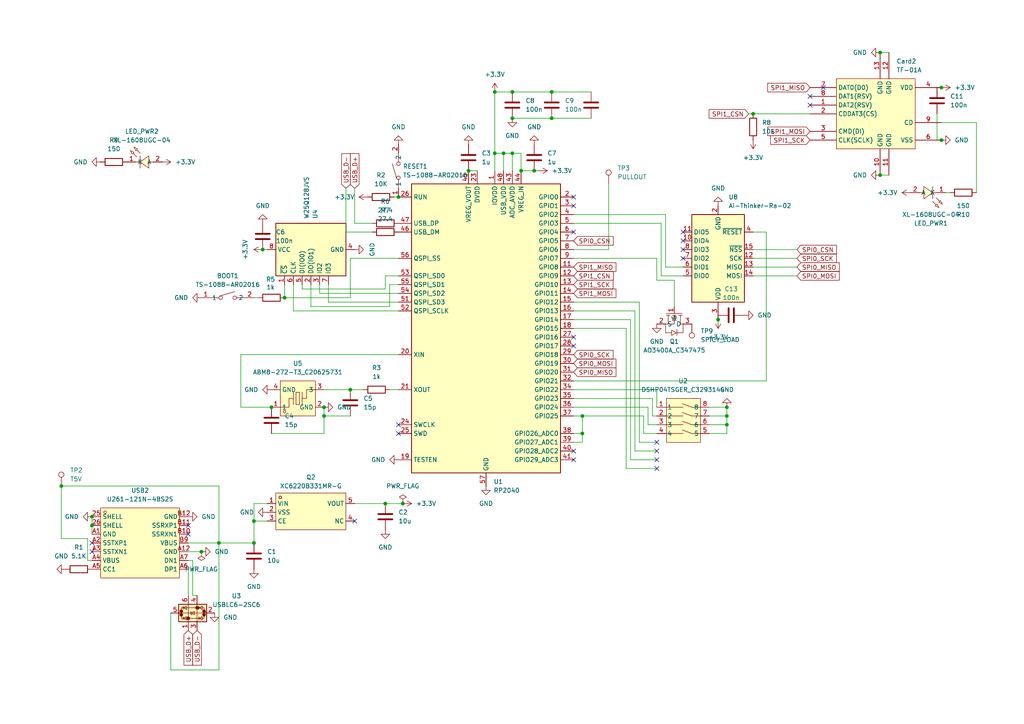
<source format=kicad_sch>
(kicad_sch (version 20231120) (generator "eeschema") (generator_version "8.0")
  (paper "A4")
  (title_block (title "crackedbadusb (crb)") (date "2025-11-05") (rev "1.0") (company "axell (axel, axpa@axell.me)") (comment 1 "R8 should not be placed unless issues are experienced with the SD card reader") (comment 2 "R10 can be removed if problems are experienced with the SD card reader"))
  (lib_symbols
    (symbol "Connector:TestPoint" (pin_numbers hide) (pin_names (offset 0.762) hide)
      (property "Reference" "TP" (at 0 6.858 0))
      (property "Value" "TestPoint" (at 0 5.08 0))
      (symbol "TestPoint_1_1"
        (pin passive line (at 0 0 90) (length 2.54) (name "1") (number "1"))
      )
    )
    (symbol "Device:C" (pin_numbers hide) (pin_names (offset 0.254))
      (property "Reference" "C" (at 0.635 2.54 0))
      (property "Value" "C" (at 0.635 -2.54 0))
      (symbol "C_1_1"
        (pin passive line (at 0 3.81 270) (length 2.794) (name "~") (number "1"))
        (pin passive line (at 0 -3.81 90) (length 2.794) (name "~") (number "2"))
      )
    )
    (symbol "Device:R" (pin_numbers hide) (pin_names (offset 0))
      (property "Reference" "R" (at 2.032 0 90))
      (property "Value" "R" (at 0 0 90))
      (symbol "R_1_1"
        (pin passive line (at 0 3.81 270) (length 1.27) (name "~") (number "1"))
        (pin passive line (at 0 -3.81 90) (length 1.27) (name "~") (number "2"))
      )
    )
    (symbol "MCU_RaspberryPi:RP2040"
      (property "Reference" "U" (at 17.78 45.72 0))
      (property "Value" "RP2040" (at 17.78 43.18 0))
      (symbol "RP2040_1_1"
        (pin power_in line (at 2.54 45.72 270) (length 3.81) (name "IOVDD") (number "1"))
        (pin passive line (at 2.54 45.72 270) (length 3.81) hide (name "IOVDD") (number "10"))
        (pin bidirectional line (at 25.4 17.78 180) (length 3.81) (name "GPIO8") (number "11"))
        (pin bidirectional line (at 25.4 15.24 180) (length 3.81) (name "GPIO9") (number "12"))
        (pin bidirectional line (at 25.4 12.7 180) (length 3.81) (name "GPIO10") (number "13"))
        (pin bidirectional line (at 25.4 10.16 180) (length 3.81) (name "GPIO11") (number "14"))
        (pin bidirectional line (at 25.4 7.62 180) (length 3.81) (name "GPIO12") (number "15"))
        (pin bidirectional line (at 25.4 5.08 180) (length 3.81) (name "GPIO13") (number "16"))
        (pin bidirectional line (at 25.4 2.54 180) (length 3.81) (name "GPIO14") (number "17"))
        (pin bidirectional line (at 25.4 0 180) (length 3.81) (name "GPIO15") (number "18"))
        (pin input line (at -25.4 -38.1 0) (length 3.81) (name "TESTEN") (number "19"))
        (pin bidirectional line (at 25.4 38.1 180) (length 3.81) (name "GPIO0") (number "2"))
        (pin input line (at -25.4 -7.62 0) (length 3.81) (name "XIN") (number "20"))
        (pin passive line (at -25.4 -17.78 0) (length 3.81) (name "XOUT") (number "21"))
        (pin passive line (at 2.54 45.72 270) (length 3.81) hide (name "IOVDD") (number "22"))
        (pin power_in line (at -2.54 45.72 270) (length 3.81) (name "DVDD") (number "23"))
        (pin input line (at -25.4 -27.94 0) (length 3.81) (name "SWCLK") (number "24"))
        (pin bidirectional line (at -25.4 -30.48 0) (length 3.81) (name "SWD") (number "25"))
        (pin input line (at -25.4 38.1 0) (length 3.81) (name "RUN") (number "26"))
        (pin bidirectional line (at 25.4 -2.54 180) (length 3.81) (name "GPIO16") (number "27"))
        (pin bidirectional line (at 25.4 -5.08 180) (length 3.81) (name "GPIO17") (number "28"))
        (pin bidirectional line (at 25.4 -7.62 180) (length 3.81) (name "GPIO18") (number "29"))
        (pin bidirectional line (at 25.4 35.56 180) (length 3.81) (name "GPIO1") (number "3"))
        (pin bidirectional line (at 25.4 -10.16 180) (length 3.81) (name "GPIO19") (number "30"))
        (pin bidirectional line (at 25.4 -12.7 180) (length 3.81) (name "GPIO20") (number "31"))
        (pin bidirectional line (at 25.4 -15.24 180) (length 3.81) (name "GPIO21") (number "32"))
        (pin passive line (at 2.54 45.72 270) (length 3.81) hide (name "IOVDD") (number "33"))
        (pin bidirectional line (at 25.4 -17.78 180) (length 3.81) (name "GPIO22") (number "34"))
        (pin bidirectional line (at 25.4 -20.32 180) (length 3.81) (name "GPIO23") (number "35"))
        (pin bidirectional line (at 25.4 -22.86 180) (length 3.81) (name "GPIO24") (number "36"))
        (pin bidirectional line (at 25.4 -25.4 180) (length 3.81) (name "GPIO25") (number "37"))
        (pin bidirectional line (at 25.4 -30.48 180) (length 3.81) (name "GPIO26_ADC0") (number "38"))
        (pin bidirectional line (at 25.4 -33.02 180) (length 3.81) (name "GPIO27_ADC1") (number "39"))
        (pin bidirectional line (at 25.4 33.02 180) (length 3.81) (name "GPIO2") (number "4"))
        (pin bidirectional line (at 25.4 -35.56 180) (length 3.81) (name "GPIO28_ADC2") (number "40"))
        (pin bidirectional line (at 25.4 -38.1 180) (length 3.81) (name "GPIO29_ADC3") (number "41"))
        (pin passive line (at 2.54 45.72 270) (length 3.81) hide (name "IOVDD") (number "42"))
        (pin power_in line (at 7.62 45.72 270) (length 3.81) (name "ADC_AVDD") (number "43"))
        (pin power_in line (at 10.16 45.72 270) (length 3.81) (name "VREG_IN") (number "44"))
        (pin power_out line (at -5.08 45.72 270) (length 3.81) (name "VREG_VOUT") (number "45"))
        (pin bidirectional line (at -25.4 27.94 0) (length 3.81) (name "USB_DM") (number "46"))
        (pin bidirectional line (at -25.4 30.48 0) (length 3.81) (name "USB_DP") (number "47"))
        (pin power_in line (at 5.08 45.72 270) (length 3.81) (name "USB_VDD") (number "48"))
        (pin passive line (at 2.54 45.72 270) (length 3.81) hide (name "IOVDD") (number "49"))
        (pin bidirectional line (at 25.4 30.48 180) (length 3.81) (name "GPIO3") (number "5"))
        (pin passive line (at -2.54 45.72 270) (length 3.81) hide (name "DVDD") (number "50"))
        (pin bidirectional line (at -25.4 7.62 0) (length 3.81) (name "QSPI_SD3") (number "51"))
        (pin output line (at -25.4 5.08 0) (length 3.81) (name "QSPI_SCLK") (number "52"))
        (pin bidirectional line (at -25.4 15.24 0) (length 3.81) (name "QSPI_SD0") (number "53"))
        (pin bidirectional line (at -25.4 10.16 0) (length 3.81) (name "QSPI_SD2") (number "54"))
        (pin bidirectional line (at -25.4 12.7 0) (length 3.81) (name "QSPI_SD1") (number "55"))
        (pin bidirectional line (at -25.4 20.32 0) (length 3.81) (name "QSPI_SS") (number "56"))
        (pin power_in line (at 0 -45.72 90) (length 3.81) (name "GND") (number "57"))
        (pin bidirectional line (at 25.4 27.94 180) (length 3.81) (name "GPIO4") (number "6"))
        (pin bidirectional line (at 25.4 25.4 180) (length 3.81) (name "GPIO5") (number "7"))
        (pin bidirectional line (at 25.4 22.86 180) (length 3.81) (name "GPIO6") (number "8"))
        (pin bidirectional line (at 25.4 20.32 180) (length 3.81) (name "GPIO7") (number "9"))
      )
    )
    (symbol "Memory_Flash:W25Q128JVS"
      (property "Reference" "U" (at -6.35 11.43 0))
      (property "Value" "W25Q128JVS" (at 7.62 11.43 0))
      (symbol "W25Q128JVS_1_1"
        (pin input line (at -10.16 7.62 0) (length 2.54) (name "~{CS}") (number "1"))
        (pin bidirectional line (at -10.16 0 0) (length 2.54) (name "DO(IO1)") (number "2"))
        (pin bidirectional line (at -10.16 -2.54 0) (length 2.54) (name "IO2") (number "3"))
        (pin power_in line (at 0 -12.7 90) (length 2.54) (name "GND") (number "4"))
        (pin bidirectional line (at -10.16 2.54 0) (length 2.54) (name "DI(IO0)") (number "5"))
        (pin input line (at -10.16 5.08 0) (length 2.54) (name "CLK") (number "6"))
        (pin bidirectional line (at -10.16 -5.08 0) (length 2.54) (name "IO3") (number "7"))
        (pin power_in line (at 0 12.7 270) (length 2.54) (name "VCC") (number "8"))
      )
    )
    (symbol "Power_Protection:USBLC6-2SC6" (pin_names hide)
      (property "Reference" "U" (at 0.635 5.715 0))
      (property "Value" "USBLC6-2SC6" (at 0.635 3.81 0))
      (symbol "USBLC6-2SC6_1_1"
        (pin passive line (at -5.08 0 0) (length 2.54) (name "I/O1") (number "1"))
        (pin passive line (at 0 -7.62 90) (length 2.54) (name "GND") (number "2"))
        (pin passive line (at -5.08 -2.54 0) (length 2.54) (name "I/O2") (number "3"))
        (pin passive line (at 5.08 -2.54 180) (length 2.54) (name "I/O2") (number "4"))
        (pin passive line (at 0 5.08 270) (length 2.54) (name "VBUS") (number "5"))
        (pin passive line (at 5.08 0 180) (length 2.54) (name "I/O1") (number "6"))
      )
    )
    (symbol "RF_Module:Ai-Thinker-Ra-02"
      (property "Reference" "U" (at 2.54 19.05 0))
      (property "Value" "Ai-Thinker-Ra-02" (at 13.97 -15.24 0))
      (symbol "Ai-Thinker-Ra-02_1_1"
        (pin passive line (at 0 -15.24 90) (length 2.54) hide (name "GND") (number "1"))
        (pin bidirectional line (at 10.16 -5.08 180) (length 2.54) (name "DIO4") (number "10"))
        (pin bidirectional line (at 10.16 -7.62 180) (length 2.54) (name "DIO5") (number "11"))
        (pin input line (at -10.16 0 0) (length 2.54) (name "SCK") (number "12"))
        (pin output line (at -10.16 2.54 0) (length 2.54) (name "MISO") (number "13"))
        (pin input line (at -10.16 5.08 0) (length 2.54) (name "MOSI") (number "14"))
        (pin input line (at -10.16 -2.54 0) (length 2.54) (name "~{NSS}") (number "15"))
        (pin passive line (at 0 -15.24 90) (length 2.54) hide (name "GND") (number "16"))
        (pin power_in line (at 0 -15.24 90) (length 2.54) (name "GND") (number "2"))
        (pin power_in line (at 0 17.78 270) (length 5.08) (name "VDD") (number "3"))
        (pin input line (at -10.16 -7.62 0) (length 2.54) (name "~{RESET}") (number "4"))
        (pin bidirectional line (at 10.16 5.08 180) (length 2.54) (name "DIO0") (number "5"))
        (pin bidirectional line (at 10.16 2.54 180) (length 2.54) (name "DIO1") (number "6"))
        (pin bidirectional line (at 10.16 0 180) (length 2.54) (name "DIO2") (number "7"))
        (pin bidirectional line (at 10.16 -2.54 180) (length 2.54) (name "DIO3") (number "8"))
        (pin passive line (at 0 -15.24 90) (length 2.54) hide (name "GND") (number "9"))
      )
    )
    (symbol "easyeda2kicad:ABM8-272-T3_C20625731"
      (property "Reference" "U" (at 0 7.62 0))
      (property "Value" "ABM8-272-T3_C20625731" (at 0 -7.62 0))
      (symbol "ABM8-272-T3_C20625731_0_1"
        (pin input line (at -7.62 -2.54 0) (length 2.54) (name "1") (number "1"))
        (pin input line (at 7.62 -2.54 180) (length 2.54) (name "GND") (number "2"))
        (pin input line (at 7.62 2.54 180) (length 2.54) (name "3") (number "3"))
        (pin input line (at -7.62 2.54 0) (length 2.54) (name "GND") (number "4"))
      )
    )
    (symbol "easyeda2kicad:AO3400A_C347475"
      (property "Reference" "Q" (at 0 10.16 0))
      (property "Value" "AO3400A_C347475" (at 0 -10.16 0))
      (symbol "AO3400A_C347475_0_1"
        (pin unspecified line (at -5.08 0 0) (length 2.032) (name "G") (number "1"))
        (pin unspecified line (at 0 -5.08 90) (length 2.54) (name "S") (number "2"))
        (pin unspecified line (at 0 5.08 270) (length 2.54) (name "D") (number "3"))
      )
    )
    (symbol "easyeda2kicad:DSHP04TSGER_C3293144"
      (property "Reference" "U" (at 0 10.16 0))
      (property "Value" "DSHP04TSGER_C3293144" (at 0 -7.62 0))
      (symbol "DSHP04TSGER_C3293144_0_1"
        (pin unspecified line (at -7.62 5.08 0) (length 2.54) (name "1") (number "1"))
        (pin unspecified line (at -7.62 2.54 0) (length 2.54) (name "2") (number "2"))
        (pin unspecified line (at -7.62 0 0) (length 2.54) (name "3") (number "3"))
        (pin unspecified line (at -7.62 -2.54 0) (length 2.54) (name "4") (number "4"))
        (pin unspecified line (at 7.62 -2.54 180) (length 2.54) (name "5") (number "5"))
        (pin unspecified line (at 7.62 0 180) (length 2.54) (name "6") (number "6"))
        (pin unspecified line (at 7.62 2.54 180) (length 2.54) (name "7") (number "7"))
        (pin unspecified line (at 7.62 5.08 180) (length 2.54) (name "8") (number "8"))
      )
    )
    (symbol "easyeda2kicad:TF-01A"
      (property "Reference" "Card" (at 0 22.86 0))
      (property "Value" "TF-01A" (at 0 -22.86 0))
      (symbol "TF-01A_0_1"
        (pin bidirectional line (at -19.05 2.54 0) (length 7.62) (name "DAT2(RSV)") (number "1"))
        (pin input line (at 1.27 -17.78 90) (length 7.62) (name "GND") (number "10"))
        (pin input line (at 3.81 -17.78 90) (length 7.62) (name "GND") (number "11"))
        (pin input line (at 3.81 17.78 270) (length 7.62) (name "GND") (number "12"))
        (pin input line (at 1.27 17.78 270) (length 7.62) (name "GND") (number "13"))
        (pin bidirectional line (at -19.05 0 0) (length 7.62) (name "CDDAT3(CS)") (number "2"))
        (pin input line (at -19.05 -5.08 0) (length 7.62) (name "CMD(DI)") (number "3"))
        (pin input line (at 19.05 7.62 180) (length 7.62) (name "VDD") (number "4"))
        (pin input line (at -19.05 -7.62 0) (length 7.62) (name "CLK(SCLK)") (number "5"))
        (pin input line (at 19.05 -7.62 180) (length 7.62) (name "VSS") (number "6"))
        (pin bidirectional line (at -19.05 7.62 0) (length 7.62) (name "DAT0(D0)") (number "7"))
        (pin bidirectional line (at -19.05 5.08 0) (length 7.62) (name "DAT1(RSV)") (number "8"))
        (pin input line (at 19.05 -2.54 180) (length 7.62) (name "CD") (number "9"))
      )
    )
    (symbol "easyeda2kicad:TS-1088-AR02016"
      (property "Reference" "SW" (at 0 5.08 0))
      (property "Value" "TS-1088-AR02016" (at 0 -5.08 0))
      (symbol "TS-1088-AR02016_0_1"
        (pin unspecified line (at -7.62 0 0) (length 2.54) (name "1") (number "1"))
        (pin unspecified line (at 7.62 0 180) (length 2.54) (name "2") (number "2"))
      )
    )
    (symbol "easyeda2kicad:U261-121N-4BS2S"
      (property "Reference" "USB" (at 0 12.7 0))
      (property "Value" "U261-121N-4BS2S" (at 0 -12.7 0))
      (symbol "U261-121N-4BS2S_0_1"
        (pin unspecified line (at -13.97 7.62 0) (length 2.54) (name "SHELL") (number "25"))
        (pin unspecified line (at -13.97 5.08 0) (length 2.54) (name "SHELL") (number "26"))
        (pin unspecified line (at -13.97 2.54 0) (length 2.54) (name "GND") (number "A1"))
        (pin unspecified line (at 13.97 -2.54 180) (length 2.54) (name "GND") (number "A12"))
        (pin unspecified line (at -13.97 0 0) (length 2.54) (name "SSTXP1") (number "A2"))
        (pin unspecified line (at -13.97 -2.54 0) (length 2.54) (name "SSTXN1") (number "A3"))
        (pin unspecified line (at -13.97 -5.08 0) (length 2.54) (name "VBUS") (number "A4"))
        (pin unspecified line (at -13.97 -7.62 0) (length 2.54) (name "CC1") (number "A5"))
        (pin unspecified line (at 13.97 -7.62 180) (length 2.54) (name "DP1") (number "A6"))
        (pin unspecified line (at 13.97 -5.08 180) (length 2.54) (name "DN1") (number "A7"))
        (pin unspecified line (at 13.97 2.54 180) (length 2.54) (name "SSRXN1") (number "B10"))
        (pin unspecified line (at 13.97 5.08 180) (length 2.54) (name "SSRXP1") (number "B11"))
        (pin unspecified line (at 13.97 7.62 180) (length 2.54) (name "GND") (number "B12"))
        (pin unspecified line (at 13.97 0 180) (length 2.54) (name "VBUS") (number "B9"))
      )
    )
    (symbol "easyeda2kicad:XC6220B331MR-G"
      (property "Reference" "Q" (at 0 7.62 0))
      (property "Value" "XC6220B331MR-G" (at 0 -7.62 0))
      (symbol "XC6220B331MR-G_0_1"
        (pin unspecified line (at -12.7 2.54 0) (length 2.54) (name "VIN") (number "1"))
        (pin unspecified line (at -12.7 0 0) (length 2.54) (name "VSS") (number "2"))
        (pin unspecified line (at -12.7 -2.54 0) (length 2.54) (name "CE") (number "3"))
        (pin unspecified line (at 12.7 -2.54 180) (length 2.54) (name "NC") (number "4"))
        (pin unspecified line (at 12.7 2.54 180) (length 2.54) (name "VOUT") (number "5"))
      )
    )
    (symbol "easyeda2kicad:XL-1608UGC-04"
      (property "Reference" "LED" (at 0 5.08 0))
      (property "Value" "XL-1608UGC-04" (at 0 -5.08 0))
      (symbol "XL-1608UGC-04_0_1"
        (pin unspecified line (at -5.08 0 0) (length 2.54) (name "K") (number "1"))
        (pin unspecified line (at 5.08 0 180) (length 2.54) (name "A") (number "2"))
      )
    )
    (symbol "power:+3.3V" (power) (pin_numbers hide) (pin_names (offset 0) hide)
      (property "Value" "+3.3V" (at 0 3.556 0))
      (symbol "+3.3V_1_1"
        (pin power_in line (at 0 0 90) (length 0) (name "~") (number "1"))
      )
    )
    (symbol "power:GND" (power) (pin_numbers hide) (pin_names (offset 0) hide)
      (property "Value" "GND" (at 0 -3.81 0))
      (symbol "GND_1_1"
        (pin power_in line (at 0 0 270) (length 0) (name "~") (number "1"))
      )
    )
    (symbol "power:PWR_FLAG" (power) (pin_numbers hide) (pin_names (offset 0) hide)
      (property "Value" "PWR_FLAG" (at 0 3.81 0))
      (symbol "PWR_FLAG_0_0"
        (pin power_out line (at 0 0 90) (length 0) (name "~") (number "1"))
      )
    )
  )
  (junction (at 208.28 92.71))
  (junction (at 116.84 146.05))
  (junction (at 210.82 123.19))
  (junction (at 160.02 34.29))
  (junction (at 146.05 44.45))
  (junction (at 148.59 34.29))
  (junction (at 63.5 157.48))
  (junction (at 135.89 49.53))
  (junction (at 101.6 113.03))
  (junction (at 82.55 86.36))
  (junction (at 17.78 140.97))
  (junction (at 148.59 26.67))
  (junction (at 78.74 118.11))
  (junction (at 168.91 120.65))
  (junction (at 160.02 26.67))
  (junction (at 93.98 120.65))
  (junction (at 154.94 49.53))
  (junction (at 143.51 44.45))
  (junction (at 26.67 149.86))
  (junction (at 143.51 26.67))
  (junction (at 111.76 146.05))
  (junction (at 115.57 57.15))
  (junction (at 273.05 25.4))
  (junction (at 255.27 15.24))
  (junction (at 210.82 120.65))
  (junction (at 58.42 160.02))
  (junction (at 168.91 125.73))
  (junction (at 210.82 118.11))
  (junction (at 218.44 33.02))
  (junction (at 73.66 151.13))
  (junction (at 148.59 44.45))
  (junction (at 73.66 157.48))
  (junction (at 93.98 118.11))
  (junction (at 273.05 40.64))
  (junction (at 76.2 72.39))
  (junction (at 151.13 49.53))
  (junction (at 255.27 50.8))
  (junction (at 26.67 152.4))
  (no_connect (at 26.67 157.48))
  (no_connect (at 166.37 130.81))
  (no_connect (at 190.5 133.35))
  (no_connect (at 115.57 125.73))
  (no_connect (at 234.95 27.94))
  (no_connect (at 26.67 160.02))
  (no_connect (at 238.76 25.4))
  (no_connect (at 234.95 30.48))
  (no_connect (at 198.12 67.31))
  (no_connect (at 190.5 128.27))
  (no_connect (at 166.37 133.35))
  (no_connect (at 166.37 67.31))
  (no_connect (at 166.37 57.15))
  (no_connect (at 190.5 130.81))
  (no_connect (at 198.12 72.39))
  (no_connect (at 166.37 59.69))
  (no_connect (at 190.5 135.89))
  (no_connect (at 198.12 69.85))
  (no_connect (at 198.12 74.93))
  (no_connect (at 166.37 97.79))
  (no_connect (at 115.57 123.19))
  (no_connect (at 54.61 152.4))
  (no_connect (at 166.37 100.33))
  (no_connect (at 102.87 151.13))
  (no_connect (at 54.61 154.94))
  (wire (pts (xy 116.84 146.05) (xy 111.76 146.05)))
  (wire (pts (xy 195.58 81.28) (xy 190.5 81.28)))
  (wire (pts (xy 113.03 88.9) (xy 90.17 88.9)))
  (wire (pts (xy 49.53 194.31) (xy 63.5 194.31)))
  (wire (pts (xy 26.67 162.56) (xy 25.4 162.56)))
  (wire (pts (xy 271.78 40.64) (xy 271.78 33.02)))
  (wire (pts (xy 191.77 64.77) (xy 191.77 80.01)))
  (wire (pts (xy 193.04 62.23) (xy 193.04 77.47)))
  (wire (pts (xy 160.02 26.67) (xy 171.45 26.67)))
  (wire (pts (xy 115.57 82.55) (xy 113.03 82.55)))
  (wire (pts (xy 166.37 64.77) (xy 191.77 64.77)))
  (wire (pts (xy 176.53 72.39) (xy 176.53 53.34)))
  (wire (pts (xy 17.78 140.97) (xy 63.5 140.97)))
  (wire (pts (xy 55.88 162.56) (xy 54.61 162.56)))
  (wire (pts (xy 205.74 123.19) (xy 210.82 123.19)))
  (wire (pts (xy 111.76 146.05) (xy 102.87 146.05)))
  (wire (pts (xy 283.21 35.56) (xy 283.21 55.88)))
  (wire (pts (xy 186.69 120.65) (xy 168.91 120.65)))
  (wire (pts (xy 73.66 151.13) (xy 73.66 157.48)))
  (wire (pts (xy 148.59 44.45) (xy 146.05 44.45)))
  (wire (pts (xy 191.77 80.01) (xy 198.12 80.01)))
  (wire (pts (xy 222.25 67.31) (xy 218.44 67.31)))
  (wire (pts (xy 143.51 44.45) (xy 143.51 49.53)))
  (wire (pts (xy 166.37 110.49) (xy 222.25 110.49)))
  (wire (pts (xy 101.6 74.93) (xy 115.57 74.93)))
  (wire (pts (xy 231.14 72.39) (xy 218.44 72.39)))
  (wire (pts (xy 69.85 102.87) (xy 115.57 102.87)))
  (wire (pts (xy 148.59 44.45) (xy 151.13 44.45)))
  (wire (pts (xy 85.09 82.55) (xy 85.09 90.17)))
  (wire (pts (xy 143.51 44.45) (xy 146.05 44.45)))
  (wire (pts (xy 190.5 113.03) (xy 166.37 113.03)))
  (wire (pts (xy 49.53 177.8) (xy 49.53 194.31)))
  (wire (pts (xy 205.74 118.11) (xy 210.82 118.11)))
  (wire (pts (xy 78.74 125.73) (xy 93.98 125.73)))
  (wire (pts (xy 168.91 128.27) (xy 168.91 125.73)))
  (wire (pts (xy 189.23 120.65) (xy 189.23 115.57)))
  (wire (pts (xy 73.66 146.05) (xy 73.66 151.13)))
  (wire (pts (xy 168.91 120.65) (xy 166.37 120.65)))
  (wire (pts (xy 184.15 130.81) (xy 190.5 130.81)))
  (wire (pts (xy 222.25 110.49) (xy 222.25 67.31)))
  (wire (pts (xy 151.13 49.53) (xy 151.13 44.45)))
  (wire (pts (xy 181.61 135.89) (xy 181.61 95.25)))
  (wire (pts (xy 92.71 85.09) (xy 92.71 82.55)))
  (wire (pts (xy 190.5 81.28) (xy 190.5 74.93)))
  (wire (pts (xy 205.74 125.73) (xy 210.82 125.73)))
  (wire (pts (xy 55.88 172.72) (xy 55.88 162.56)))
  (wire (pts (xy 101.6 113.03) (xy 105.41 113.03)))
  (wire (pts (xy 166.37 90.17) (xy 184.15 90.17)))
  (wire (pts (xy 115.57 87.63) (xy 95.25 87.63)))
  (wire (pts (xy 90.17 88.9) (xy 90.17 82.55)))
  (wire (pts (xy 17.78 156.21) (xy 17.78 140.97)))
  (wire (pts (xy 190.5 125.73) (xy 186.69 125.73)))
  (wire (pts (xy 25.4 162.56) (xy 25.4 156.21)))
  (wire (pts (xy 82.55 82.55) (xy 82.55 86.36)))
  (wire (pts (xy 156.21 49.53) (xy 154.94 49.53)))
  (wire (pts (xy 73.66 151.13) (xy 77.47 151.13)))
  (wire (pts (xy 271.78 25.4) (xy 273.05 25.4)))
  (wire (pts (xy 208.28 91.44) (xy 208.28 92.71)))
  (wire (pts (xy 63.5 194.31) (xy 63.5 157.48)))
  (wire (pts (xy 102.87 54.61) (xy 102.87 64.77)))
  (wire (pts (xy 101.6 120.65) (xy 93.98 120.65)))
  (wire (pts (xy 143.51 26.67) (xy 143.51 44.45)))
  (wire (pts (xy 82.55 86.36) (xy 101.6 86.36)))
  (wire (pts (xy 283.21 35.56) (xy 273.05 35.56)))
  (wire (pts (xy 231.14 80.01) (xy 218.44 80.01)))
  (wire (pts (xy 87.63 83.82) (xy 111.76 83.82)))
  (wire (pts (xy 26.67 152.4) (xy 26.67 154.94)))
  (wire (pts (xy 190.5 120.65) (xy 189.23 120.65)))
  (wire (pts (xy 26.67 149.86) (xy 26.67 152.4)))
  (wire (pts (xy 95.25 87.63) (xy 95.25 82.55)))
  (wire (pts (xy 187.96 123.19) (xy 187.96 118.11)))
  (wire (pts (xy 195.58 88.9) (xy 195.58 81.28)))
  (wire (pts (xy 182.88 92.71) (xy 166.37 92.71)))
  (wire (pts (xy 160.02 34.29) (xy 171.45 34.29)))
  (wire (pts (xy 210.82 118.11) (xy 210.82 120.65)))
  (wire (pts (xy 114.3 57.15) (xy 115.57 57.15)))
  (wire (pts (xy 185.42 87.63) (xy 166.37 87.63)))
  (wire (pts (xy 182.88 133.35) (xy 182.88 92.71)))
  (wire (pts (xy 54.61 157.48) (xy 63.5 157.48)))
  (wire (pts (xy 166.37 62.23) (xy 193.04 62.23)))
  (wire (pts (xy 143.51 26.67) (xy 148.59 26.67)))
  (wire (pts (xy 100.33 67.31) (xy 107.95 67.31)))
  (wire (pts (xy 166.37 128.27) (xy 168.91 128.27)))
  (wire (pts (xy 69.85 118.11) (xy 69.85 102.87)))
  (wire (pts (xy 148.59 26.67) (xy 160.02 26.67)))
  (wire (pts (xy 63.5 140.97) (xy 63.5 157.48)))
  (wire (pts (xy 190.5 128.27) (xy 185.42 128.27)))
  (wire (pts (xy 93.98 120.65) (xy 93.98 118.11)))
  (wire (pts (xy 101.6 86.36) (xy 101.6 74.93)))
  (wire (pts (xy 193.04 77.47) (xy 198.12 77.47)))
  (wire (pts (xy 102.87 64.77) (xy 107.95 64.77)))
  (wire (pts (xy 184.15 90.17) (xy 184.15 130.81)))
  (wire (pts (xy 273.05 40.64) (xy 271.78 40.64)))
  (wire (pts (xy 111.76 80.01) (xy 115.57 80.01)))
  (wire (pts (xy 231.14 77.47) (xy 218.44 77.47)))
  (wire (pts (xy 115.57 85.09) (xy 92.71 85.09)))
  (wire (pts (xy 217.17 33.02) (xy 218.44 33.02)))
  (wire (pts (xy 93.98 125.73) (xy 93.98 120.65)))
  (wire (pts (xy 210.82 120.65) (xy 210.82 123.19)))
  (wire (pts (xy 218.44 33.02) (xy 234.95 33.02)))
  (wire (pts (xy 189.23 115.57) (xy 166.37 115.57)))
  (wire (pts (xy 146.05 49.53) (xy 146.05 44.45)))
  (wire (pts (xy 187.96 118.11) (xy 166.37 118.11)))
  (wire (pts (xy 168.91 125.73) (xy 168.91 120.65)))
  (wire (pts (xy 54.61 165.1) (xy 54.61 172.72)))
  (wire (pts (xy 218.44 74.93) (xy 231.14 74.93)))
  (wire (pts (xy 58.42 160.02) (xy 54.61 160.02)))
  (wire (pts (xy 111.76 83.82) (xy 111.76 80.01)))
  (wire (pts (xy 181.61 95.25) (xy 166.37 95.25)))
  (wire (pts (xy 166.37 125.73) (xy 168.91 125.73)))
  (wire (pts (xy 148.59 34.29) (xy 160.02 34.29)))
  (wire (pts (xy 73.66 86.36) (xy 74.93 86.36)))
  (wire (pts (xy 185.42 128.27) (xy 185.42 87.63)))
  (wire (pts (xy 135.89 49.53) (xy 138.43 49.53)))
  (wire (pts (xy 100.33 54.61) (xy 100.33 67.31)))
  (wire (pts (xy 113.03 113.03) (xy 115.57 113.03)))
  (wire (pts (xy 78.74 118.11) (xy 69.85 118.11)))
  (wire (pts (xy 57.15 172.72) (xy 55.88 172.72)))
  (wire (pts (xy 205.74 120.65) (xy 210.82 120.65)))
  (wire (pts (xy 87.63 82.55) (xy 87.63 83.82)))
  (wire (pts (xy 148.59 49.53) (xy 148.59 44.45)))
  (wire (pts (xy 190.5 74.93) (xy 166.37 74.93)))
  (wire (pts (xy 151.13 49.53) (xy 154.94 49.53)))
  (wire (pts (xy 73.66 146.05) (xy 77.47 146.05)))
  (wire (pts (xy 190.5 135.89) (xy 181.61 135.89)))
  (wire (pts (xy 25.4 156.21) (xy 17.78 156.21)))
  (wire (pts (xy 275.59 55.88) (xy 274.32 55.88)))
  (wire (pts (xy 190.5 123.19) (xy 187.96 123.19)))
  (wire (pts (xy 93.98 113.03) (xy 101.6 113.03)))
  (wire (pts (xy 255.27 50.8) (xy 257.81 50.8)))
  (wire (pts (xy 76.2 72.39) (xy 77.47 72.39)))
  (wire (pts (xy 190.5 118.11) (xy 190.5 113.03)))
  (wire (pts (xy 166.37 72.39) (xy 176.53 72.39)))
  (wire (pts (xy 85.09 90.17) (xy 115.57 90.17)))
  (wire (pts (xy 190.5 133.35) (xy 182.88 133.35)))
  (wire (pts (xy 63.5 157.48) (xy 73.66 157.48)))
  (wire (pts (xy 186.69 125.73) (xy 186.69 120.65)))
  (wire (pts (xy 255.27 15.24) (xy 257.81 15.24)))
  (wire (pts (xy 113.03 82.55) (xy 113.03 88.9)))
  (wire (pts (xy 210.82 123.19) (xy 210.82 125.73)))
  (global_label "SPI0_CSN" (shape input) (at 166.37 69.85 0) (property "Intersheetrefs" "${INTERSHEET_REFS}" (effects (hide yes))))
  (global_label "USB_D+" (shape input) (at 54.61 182.88 270) (property "Intersheetrefs" "${INTERSHEET_REFS}" (effects (hide yes))))
  (global_label "SPI1_MISO" (shape input) (at 234.95 25.4 180) (property "Intersheetrefs" "${INTERSHEET_REFS}" (effects (hide yes))))
  (global_label "SPI1_MOSI" (shape input) (at 166.37 85.09 0) (property "Intersheetrefs" "${INTERSHEET_REFS}" (effects (hide yes))))
  (global_label "USB_D-" (shape input) (at 57.15 182.88 270) (property "Intersheetrefs" "${INTERSHEET_REFS}" (effects (hide yes))))
  (global_label "SPI1_MISO" (shape input) (at 166.37 77.47 0) (property "Intersheetrefs" "${INTERSHEET_REFS}" (effects (hide yes))))
  (global_label "SPI1_MOSI" (shape input) (at 234.95 38.1 180) (property "Intersheetrefs" "${INTERSHEET_REFS}" (effects (hide yes))))
  (global_label "SPI0_SCK" (shape input) (at 231.14 74.93 0) (property "Intersheetrefs" "${INTERSHEET_REFS}" (effects (hide yes))))
  (global_label "USB_D+" (shape input) (at 102.87 54.61 90) (property "Intersheetrefs" "${INTERSHEET_REFS}" (effects (hide yes))))
  (global_label "SPI0_MOSI" (shape input) (at 166.37 105.41 0) (property "Intersheetrefs" "${INTERSHEET_REFS}" (effects (hide yes))))
  (global_label "SPI1_CSN" (shape input) (at 166.37 80.01 0) (property "Intersheetrefs" "${INTERSHEET_REFS}" (effects (hide yes))))
  (global_label "SPI0_CSN" (shape input) (at 231.14 72.39 0) (property "Intersheetrefs" "${INTERSHEET_REFS}" (effects (hide yes))))
  (global_label "SPI0_MOSI" (shape input) (at 231.14 80.01 0) (property "Intersheetrefs" "${INTERSHEET_REFS}" (effects (hide yes))))
  (global_label "SPI0_SCK" (shape input) (at 166.37 102.87 0) (property "Intersheetrefs" "${INTERSHEET_REFS}" (effects (hide yes))))
  (global_label "SPI1_SCK" (shape input) (at 166.37 82.55 0) (property "Intersheetrefs" "${INTERSHEET_REFS}" (effects (hide yes))))
  (global_label "USB_D-" (shape input) (at 100.33 54.61 90) (property "Intersheetrefs" "${INTERSHEET_REFS}" (effects (hide yes))))
  (global_label "SPI1_SCK" (shape input) (at 234.95 40.64 180) (property "Intersheetrefs" "${INTERSHEET_REFS}" (effects (hide yes))))
  (global_label "SPI0_MISO" (shape input) (at 166.37 107.95 0) (property "Intersheetrefs" "${INTERSHEET_REFS}" (effects (hide yes))))
  (global_label "SPI1_CSN" (shape input) (at 217.17 33.02 180) (property "Intersheetrefs" "${INTERSHEET_REFS}" (effects (hide yes))))
  (global_label "SPI0_MISO" (shape input) (at 231.14 77.47 0) (property "Intersheetrefs" "${INTERSHEET_REFS}" (effects (hide yes))))
  (symbol (lib_id "power:GND") (at 140.97 140.97 0) (unit 1)
    (property "Reference" "#PWR02" (effects (hide yes)))
    (property "Value" "GND" (at 140.97 146.05 0))
    (property "Description" "Power symbol creates a global label with name \"GND\" , ground" (effects (hide yes)))
  )
  (symbol (lib_id "power:+3.3V") (at 106.68 57.15 90) (unit 1)
    (property "Reference" "#PWR014" (effects (hide yes)))
    (property "Value" "+3.3V" (at 102.87 57.1499 90) (effects (justify left)))
    (property "Description" "Power symbol creates a global label with name \"+3.3V\"" (effects (hide yes)))
  )
  (symbol (lib_id "Device:C") (at 78.74 121.92 0) (unit 1)
    (property "Reference" "C4" (at 82.55 120.6499 0) (effects (justify left)))
    (property "Value" "15p" (at 82.55 123.1899 0) (effects (justify left)))
    (property "Footprint" "Capacitor_SMD:C_0603_1608Metric" (effects (hide yes)))
    (property "Description" "Unpolarized capacitor" (effects (hide yes)))
  )
  (symbol (lib_id "easyeda2kicad:XL-1608UGC-04") (at 269.24 55.88 180) (unit 1)
    (property "Reference" "LED_PWR1" (at 270 64.77 0))
    (property "Value" "XL-1608UGC-04" (at 270 62.23 0))
    (property "Footprint" "easyeda2kicad:LED0603-RD_GREEN" (effects (hide yes)))
    (property "LCSC Part" "C965804" (effects (hide yes)))
  )
  (symbol (lib_id "Memory_Flash:W25Q128JVS") (at 90.17 72.39 90) (unit 1)
    (property "Reference" "U4" (at 91.4401 63.5 0) (effects (justify left)))
    (property "Value" "W25Q128JVS" (at 88.9001 63.5 0) (effects (justify left)))
    (property "Footprint" "Package_SO:SOIC-8_5.23x5.23mm_P1.27mm" (effects (hide yes)))
    (property "Datasheet" "https://www.winbond.com/resource-files/w25q128jv_dtr%20revc%2003272018%20plus.pdf" (effects (hide yes)))
    (property "Description" "128Mb Serial Flash Memory, Standard/Dual/Quad SPI, SOIC-8" (effects (hide yes)))
  )
  (symbol (lib_id "Device:R") (at 111.76 67.31 90) (unit 1)
    (property "Reference" "R7" (at 111.76 60.96 90))
    (property "Value" "27.4" (at 111.76 63.5 90))
    (property "Footprint" "Resistor_SMD:R_0603_1608Metric" (effects (hide yes)))
    (property "Description" "Resistor" (effects (hide yes)))
  )
  (symbol (lib_id "power:GND") (at 93.98 118.11 90) (unit 1)
    (property "Reference" "#PWR021" (effects (hide yes)))
    (property "Value" "GND" (at 97.79 118.1099 90) (effects (justify right)))
    (property "Description" "Power symbol creates a global label with name \"GND\" , ground" (effects (hide yes)))
  )
  (symbol (lib_id "power:GND") (at 190.5 93.98 0) (unit 1)
    (property "Reference" "#PWR033" (effects (hide yes)))
    (property "Value" "GND" (at 190.5 99.06 0))
    (property "Description" "Power symbol creates a global label with name \"GND\" , ground" (effects (hide yes)))
  )
  (symbol (lib_id "Connector:TestPoint") (at 176.53 53.34 0) (unit 1)
    (property "Reference" "TP3" (at 179.07 48.7679 0) (effects (justify left)))
    (property "Value" "PULLOUT" (at 179.07 51.3079 0) (effects (justify left)))
    (property "Footprint" "TestPoint:TestPoint_Pad_D2.5mm" (effects (hide yes)))
    (property "Description" "test point" (effects (hide yes)))
  )
  (symbol (lib_id "easyeda2kicad:TF-01A") (at 254 33.02 0) (unit 1)
    (property "Reference" "Card2" (at 260.0041 17.78 0) (effects (justify left)))
    (property "Value" "TF-01A" (at 260.0041 20.32 0) (effects (justify left)))
    (property "Footprint" "easyeda2kicad:TF-SMD_TF-01A" (effects (hide yes)))
    (property "Datasheet" "https://lcsc.com/product-detail/Card-Sockets_TF-01A_C91145.html" (effects (hide yes)))
    (property "LCSC Part" "C91145" (effects (hide yes)))
  )
  (symbol (lib_id "power:GND") (at 58.42 160.02 90) (unit 1)
    (property "Reference" "#PWR04" (effects (hide yes)))
    (property "Value" "GND" (at 62.23 160.0199 90) (effects (justify right)))
    (property "Description" "Power symbol creates a global label with name \"GND\" , ground" (effects (hide yes)))
  )
  (symbol (lib_id "power:+3.3V") (at 208.28 92.71 180) (unit 1)
    (property "Reference" "#PWR029" (effects (hide yes)))
    (property "Value" "+3.3V" (at 208.28 97.79 0))
    (property "Description" "Power symbol creates a global label with name \"+3.3V\"" (effects (hide yes)))
  )
  (symbol (lib_id "power:GND") (at 115.57 41.91 180) (unit 1)
    (property "Reference" "#PWR013" (effects (hide yes)))
    (property "Value" "GND" (at 115.57 36.83 0))
    (property "Description" "Power symbol creates a global label with name \"GND\" , ground" (effects (hide yes)))
  )
  (symbol (lib_id "power:GND") (at 76.2 64.77 180) (unit 1)
    (property "Reference" "#PWR024" (effects (hide yes)))
    (property "Value" "GND" (at 76.2 59.69 0))
    (property "Description" "Power symbol creates a global label with name \"GND\" , ground" (effects (hide yes)))
  )
  (symbol (lib_id "power:+3.3V") (at 143.51 26.67 0) (unit 1)
    (property "Reference" "#PWR018" (effects (hide yes)))
    (property "Value" "+3.3V" (at 143.51 21.59 0))
    (property "Description" "Power symbol creates a global label with name \"+3.3V\"" (effects (hide yes)))
  )
  (symbol (lib_id "easyeda2kicad:AO3400A_C347475") (at 195.58 93.98 270) (unit 1)
    (property "Reference" "Q1" (at 195.58 99.06 90))
    (property "Value" "AO3400A_C347475" (at 195.58 101.6 90))
    (property "Footprint" "easyeda2kicad:SOT-23-3_L2.9-W1.3-P1.90-LS2.4-BR" (effects (hide yes)))
    (property "Datasheet" "https://lcsc.com/product-detail/Others_Youtai-Semiconductor-Co-Ltd-AO3400A-5-8A_C347475.html" (effects (hide yes)))
    (property "LCSC Part" "C347475" (effects (hide yes)))
  )
  (symbol (lib_id "power:GND") (at 115.57 133.35 270) (unit 1)
    (property "Reference" "#PWR01" (effects (hide yes)))
    (property "Value" "GND" (at 111.76 133.3499 90) (effects (justify right)))
    (property "Description" "Power symbol creates a global label with name \"GND\" , ground" (effects (hide yes)))
  )
  (symbol (lib_id "easyeda2kicad:ABM8-272-T3_C20625731") (at 86.36 115.57 0) (unit 1)
    (property "Reference" "U5" (at 86.36 105.41 0))
    (property "Value" "ABM8-272-T3_C20625731" (at 86.36 107.95 0))
    (property "Footprint" "easyeda2kicad:CRYSTAL-SMD_4P-L3.2-W2.5-BL" (effects (hide yes)))
    (property "LCSC Part" "C20625731" (effects (hide yes)))
  )
  (symbol (lib_id "Device:C") (at 160.02 30.48 0) (unit 1)
    (property "Reference" "C9" (at 163.83 29.2099 0) (effects (justify left)))
    (property "Value" "100n" (at 163.83 31.7499 0) (effects (justify left)))
    (property "Footprint" "Capacitor_SMD:C_0603_1608Metric" (effects (hide yes)))
    (property "Description" "Unpolarized capacitor" (effects (hide yes)))
  )
  (symbol (lib_id "Device:R") (at 78.74 86.36 90) (unit 1)
    (property "Reference" "R5" (at 78.486 81.026 90))
    (property "Value" "1k" (at 78.486 83.312 90))
    (property "Footprint" "Resistor_SMD:R_0603_1608Metric" (effects (hide yes)))
    (property "Description" "Resistor" (effects (hide yes)))
  )
  (symbol (lib_id "power:GND") (at 73.66 165.1 0) (unit 1)
    (property "Reference" "#PWR015" (effects (hide yes)))
    (property "Value" "GND" (at 73.66 170.18 0))
    (property "Description" "Power symbol creates a global label with name \"GND\" , ground" (effects (hide yes)))
  )
  (symbol (lib_id "power:GND") (at 255.27 50.8 270) (unit 1)
    (property "Reference" "#PWR035" (effects (hide yes)))
    (property "Value" "GND" (at 251.46 50.7999 90) (effects (justify right)))
    (property "Description" "Power symbol creates a global label with name \"GND\" , ground" (effects (hide yes)))
  )
  (symbol (lib_id "power:GND") (at 54.61 149.86 90) (unit 1)
    (property "Reference" "#PWR010" (effects (hide yes)))
    (property "Value" "GND" (at 58.42 149.8599 90) (effects (justify right)))
    (property "Description" "Power symbol creates a global label with name \"GND\" , ground" (effects (hide yes)))
  )
  (symbol (lib_id "power:GND") (at 102.87 72.39 90) (unit 1)
    (property "Reference" "#PWR020" (effects (hide yes)))
    (property "Value" "GND" (at 107.95 72.39 0))
    (property "Description" "Power symbol creates a global label with name \"GND\" , ground" (effects (hide yes)))
  )
  (symbol (lib_id "Device:R") (at 218.44 36.83 0) (unit 1)
    (property "Reference" "R8" (at 220.98 35.5599 0) (effects (justify left)))
    (property "Value" "10k" (at 220.98 38.0999 0) (effects (justify left)))
    (property "Footprint" "Resistor_SMD:R_0603_1608Metric" (effects (hide yes)))
    (property "Description" "Resistor" (effects (hide yes)))
  )
  (symbol (lib_id "power:+3.3V") (at 156.21 49.53 270) (unit 1)
    (property "Reference" "#PWR017" (effects (hide yes)))
    (property "Value" "+3.3V" (at 160.02 49.5299 90) (effects (justify left)))
    (property "Description" "Power symbol creates a global label with name \"+3.3V\"" (effects (hide yes)))
  )
  (symbol (lib_id "MCU_RaspberryPi:RP2040") (at 140.97 95.25 0) (unit 1)
    (property "Reference" "U1" (at 143.1641 139.7 0) (effects (justify left)))
    (property "Value" "RP2040" (at 143.1641 142.24 0) (effects (justify left)))
    (property "Footprint" "Package_DFN_QFN:QFN-56-1EP_7x7mm_P0.4mm_EP3.2x3.2mm" (effects (hide yes)))
    (property "Datasheet" "https://datasheets.raspberrypi.com/rp2040/rp2040-datasheet.pdf" (effects (hide yes)))
    (property "Description" "A microcontroller by Raspberry Pi" (effects (hide yes)))
  )
  (symbol (lib_id "Device:C") (at 135.89 45.72 0) (unit 1)
    (property "Reference" "C3" (at 139.7 44.4499 0) (effects (justify left)))
    (property "Value" "1u" (at 139.7 46.9899 0) (effects (justify left)))
    (property "Footprint" "Capacitor_SMD:C_0603_1608Metric" (effects (hide yes)))
    (property "Description" "Unpolarized capacitor" (effects (hide yes)))
  )
  (symbol (lib_id "power:GND") (at 215.9 91.44 90) (unit 1)
    (property "Reference" "#PWR040" (effects (hide yes)))
    (property "Value" "GND" (at 219.71 91.4399 90) (effects (justify right)))
    (property "Description" "Power symbol creates a global label with name \"GND\" , ground" (effects (hide yes)))
  )
  (symbol (lib_id "power:+3.3V") (at 273.05 25.4 270) (unit 1)
    (property "Reference" "#PWR037" (effects (hide yes)))
    (property "Value" "+3.3V" (at 276.86 25.3999 90) (effects (justify left)))
    (property "Description" "Power symbol creates a global label with name \"+3.3V\"" (effects (hide yes)))
  )
  (symbol (lib_id "power:GND") (at 273.05 40.64 90) (unit 1)
    (property "Reference" "#PWR036" (effects (hide yes)))
    (property "Value" "GND" (at 276.86 40.6399 90) (effects (justify right)))
    (property "Description" "Power symbol creates a global label with name \"GND\" , ground" (effects (hide yes)))
  )
  (symbol (lib_id "easyeda2kicad:TS-1088-AR02016") (at 115.57 49.53 90) (unit 1)
    (property "Reference" "RESET1" (at 116.84 48.2599 90) (effects (justify right)))
    (property "Value" "TS-1088-AR02016" (at 116.84 50.7999 90) (effects (justify right)))
    (property "Footprint" "easyeda2kicad:SW-SMD_L3.9-W3.0-P4.45" (effects (hide yes)))
    (property "Datasheet" "https://lcsc.com/product-detail/Tactile-Switches_XUNPU-TS-1088-AR02016_C720477.html" (effects (hide yes)))
    (property "LCSC Part" "C720477" (effects (hide yes)))
  )
  (symbol (lib_id "power:GND") (at 26.67 149.86 270) (unit 1)
    (property "Reference" "#PWR011" (effects (hide yes)))
    (property "Value" "GND" (at 22.86 149.8599 90) (effects (justify right)))
    (property "Description" "Power symbol creates a global label with name \"GND\" , ground" (effects (hide yes)))
  )
  (symbol (lib_id "power:GND") (at 58.42 86.36 270) (unit 1)
    (property "Reference" "#PWR025" (effects (hide yes)))
    (property "Value" "GND" (at 54.61 86.3599 90) (effects (justify right)))
    (property "Description" "Power symbol creates a global label with name \"GND\" , ground" (effects (hide yes)))
  )
  (symbol (lib_id "power:GND") (at 111.76 153.67 0) (unit 1)
    (property "Reference" "#PWR08" (effects (hide yes)))
    (property "Value" "GND" (at 111.76 158.75 0))
    (property "Description" "Power symbol creates a global label with name \"GND\" , ground" (effects (hide yes)))
  )
  (symbol (lib_id "power:+3.3V") (at 264.16 55.88 90) (unit 1)
    (property "Reference" "#PWR044" (effects (hide yes)))
    (property "Value" "+3.3V" (at 260.35 55.8801 90) (effects (justify left)))
    (property "Description" "Power symbol creates a global label with name \"+3.3V\"" (effects (hide yes)))
  )
  (symbol (lib_id "Device:C") (at 271.78 29.21 0) (unit 1)
    (property "Reference" "C11" (at 275.59 27.9399 0) (effects (justify left)))
    (property "Value" "100n" (at 275.59 30.4799 0) (effects (justify left)))
    (property "Footprint" "Capacitor_SMD:C_0603_1608Metric" (effects (hide yes)))
    (property "Description" "Unpolarized capacitor" (effects (hide yes)))
  )
  (symbol (lib_id "Power_Protection:USBLC6-2SC6") (at 54.61 177.8 90) (unit 1)
    (property "Reference" "U3" (at 68.58 172.8468 90))
    (property "Value" "USBLC6-2SC6" (at 68.58 175.3868 90))
    (property "Footprint" "Package_TO_SOT_SMD:SOT-23-6" (effects (hide yes)))
    (property "Datasheet" "https://www.st.com/resource/en/datasheet/usblc6-2.pdf" (effects (hide yes)))
    (property "Description" "Very low capacitance ESD protection diode, 2 data-line, SOT-23-6" (effects (hide yes)))
  )
  (symbol (lib_id "power:PWR_FLAG") (at 116.84 146.05 0) (unit 1)
    (property "Reference" "#FLG01" (effects (hide yes)))
    (property "Value" "PWR_FLAG" (at 116.84 140.97 0))
    (property "Description" "Special symbol for telling ERC where power comes from" (effects (hide yes)))
  )
  (symbol (lib_id "power:GND") (at 255.27 15.24 270) (unit 1)
    (property "Reference" "#PWR034" (effects (hide yes)))
    (property "Value" "GND" (at 251.46 15.2399 90) (effects (justify right)))
    (property "Description" "Power symbol creates a global label with name \"GND\" , ground" (effects (hide yes)))
  )
  (symbol (lib_id "power:+3.3V") (at 46.99 46.99 270) (unit 1)
    (property "Reference" "#PWR041" (effects (hide yes)))
    (property "Value" "+3.3V" (at 50.8 46.9899 90) (effects (justify left)))
    (property "Description" "Power symbol creates a global label with name \"+3.3V\"" (effects (hide yes)))
  )
  (symbol (lib_id "power:GND") (at 135.89 41.91 180) (unit 1)
    (property "Reference" "#PWR016" (effects (hide yes)))
    (property "Value" "GND" (at 135.89 36.83 0))
    (property "Description" "Power symbol creates a global label with name \"GND\" , ground" (effects (hide yes)))
  )
  (symbol (lib_id "power:GND") (at 78.74 113.03 270) (unit 1)
    (property "Reference" "#PWR022" (effects (hide yes)))
    (property "Value" "GND" (at 74.93 113.0299 90) (effects (justify right)))
    (property "Description" "Power symbol creates a global label with name \"GND\" , ground" (effects (hide yes)))
  )
  (symbol (lib_id "Device:C") (at 76.2 68.58 0) (unit 1)
    (property "Reference" "C6" (at 80.01 67.3099 0) (effects (justify left)))
    (property "Value" "100n" (at 80.01 69.8499 0) (effects (justify left)))
    (property "Footprint" "Capacitor_SMD:C_0603_1608Metric" (effects (hide yes)))
    (property "Description" "Unpolarized capacitor" (effects (hide yes)))
  )
  (symbol (lib_id "power:GND") (at 29.21 46.99 270) (unit 1)
    (property "Reference" "#PWR042" (effects (hide yes)))
    (property "Value" "GND" (at 25.4 46.9899 90) (effects (justify right)))
    (property "Description" "Power symbol creates a global label with name \"GND\" , ground" (effects (hide yes)))
  )
  (symbol (lib_id "easyeda2kicad:TS-1088-AR02016") (at 66.04 86.36 0) (unit 1)
    (property "Reference" "BOOT1" (at 66.04 80.01 0))
    (property "Value" "TS-1088-AR02016" (at 66.04 82.55 0))
    (property "Footprint" "easyeda2kicad:SW-SMD_L3.9-W3.0-P4.45" (effects (hide yes)))
    (property "Datasheet" "https://lcsc.com/product-detail/Tactile-Switches_XUNPU-TS-1088-AR02016_C720477.html" (effects (hide yes)))
    (property "LCSC Part" "C720477" (effects (hide yes)))
  )
  (symbol (lib_id "power:GND") (at 210.82 118.11 180) (unit 1)
    (property "Reference" "#PWR027" (effects (hide yes)))
    (property "Value" "GND" (at 210.82 113.03 0))
    (property "Description" "Power symbol creates a global label with name \"GND\" , ground" (effects (hide yes)))
  )
  (symbol (lib_id "Device:R") (at 279.4 55.88 270) (unit 1)
    (property "Reference" "R10" (at 279.4 62.23 90))
    (property "Value" "150" (at 279.4 59.69 90))
    (property "Footprint" "Resistor_SMD:R_0603_1608Metric" (effects (hide yes)))
    (property "Description" "Resistor" (effects (hide yes)))
  )
  (symbol (lib_id "power:PWR_FLAG") (at 58.42 160.02 180) (unit 1)
    (property "Reference" "#FLG02" (effects (hide yes)))
    (property "Value" "PWR_FLAG" (at 58.42 165.1 0))
    (property "Description" "Special symbol for telling ERC where power comes from" (effects (hide yes)))
  )
  (symbol (lib_id "Device:C") (at 171.45 30.48 0) (unit 1)
    (property "Reference" "C10" (effects (hide yes)))
    (property "Value" "100n" (effects (hide yes)))
    (property "Footprint" "Capacitor_SMD:C_0603_1608Metric" (effects (hide yes)))
    (property "Description" "Unpolarized capacitor" (effects (hide yes)))
  )
  (symbol (lib_id "power:GND") (at 154.94 41.91 180) (unit 1)
    (property "Reference" "#PWR026" (effects (hide yes)))
    (property "Value" "GND" (at 154.94 36.83 0))
    (property "Description" "Power symbol creates a global label with name \"GND\" , ground" (effects (hide yes)))
  )
  (symbol (lib_id "Device:R") (at 111.76 64.77 90) (unit 1)
    (property "Reference" "R6" (at 111.76 58.42 90))
    (property "Value" "27.4" (at 111.76 60.96 90))
    (property "Footprint" "Resistor_SMD:R_0603_1608Metric" (effects (hide yes)))
    (property "Description" "Resistor" (effects (hide yes)))
  )
  (symbol (lib_id "power:GND") (at 19.05 165.1 270) (unit 1)
    (property "Reference" "#PWR03" (effects (hide yes)))
    (property "Value" "GND" (at 17.78 161.29 90))
    (property "Description" "Power symbol creates a global label with name \"GND\" , ground" (effects (hide yes)))
  )
  (symbol (lib_id "Device:R") (at 110.49 57.15 90) (unit 1)
    (property "Reference" "R2" (at 110.49 50.8 90))
    (property "Value" "10K" (at 110.49 53.34 90))
    (property "Footprint" "Resistor_SMD:R_0603_1608Metric" (effects (hide yes)))
    (property "Description" "Resistor" (effects (hide yes)))
  )
  (symbol (lib_id "Device:C") (at 101.6 116.84 0) (unit 1)
    (property "Reference" "C5" (at 105.41 115.5699 0) (effects (justify left)))
    (property "Value" "15p" (at 105.41 118.1099 0) (effects (justify left)))
    (property "Footprint" "Capacitor_SMD:C_0603_1608Metric" (effects (hide yes)))
    (property "Description" "Unpolarized capacitor" (effects (hide yes)))
  )
  (symbol (lib_id "Device:C") (at 111.76 149.86 0) (unit 1)
    (property "Reference" "C2" (at 115.57 148.5899 0) (effects (justify left)))
    (property "Value" "10u" (at 115.57 151.1299 0) (effects (justify left)))
    (property "Footprint" "Capacitor_SMD:C_0603_1608Metric" (effects (hide yes)))
    (property "Description" "Unpolarized capacitor" (effects (hide yes)))
  )
  (symbol (lib_id "power:GND") (at 77.47 148.59 270) (unit 1)
    (property "Reference" "#PWR05" (effects (hide yes)))
    (property "Value" "GND" (at 73.66 148.5899 90) (effects (justify right)))
    (property "Description" "Power symbol creates a global label with name \"GND\" , ground" (effects (hide yes)))
  )
  (symbol (lib_id "Connector:TestPoint") (at 200.66 93.98 180) (unit 1)
    (property "Reference" "TP9" (at 203.2 96.0119 0) (effects (justify right)))
    (property "Value" "SPICY_LOAD" (at 203.2 98.5519 0) (effects (justify right)))
    (property "Footprint" "TestPoint:TestPoint_Pad_D2.5mm" (effects (hide yes)))
    (property "Description" "test point" (effects (hide yes)))
  )
  (symbol (lib_id "power:+3.3V") (at 116.84 146.05 270) (unit 1)
    (property "Reference" "#PWR06" (effects (hide yes)))
    (property "Value" "+3.3V" (at 120.65 146.0499 90) (effects (justify left)))
    (property "Description" "Power symbol creates a global label with name \"+3.3V\"" (effects (hide yes)))
  )
  (symbol (lib_id "Device:C") (at 148.59 30.48 0) (unit 1)
    (property "Reference" "C8" (at 152.4 29.2099 0) (effects (justify left)))
    (property "Value" "100n" (at 152.4 31.7499 0) (effects (justify left)))
    (property "Footprint" "Capacitor_SMD:C_0603_1608Metric" (effects (hide yes)))
    (property "Description" "Unpolarized capacitor" (effects (hide yes)))
  )
  (symbol (lib_id "power:GND") (at 148.59 34.29 0) (unit 1)
    (property "Reference" "#PWR019" (effects (hide yes)))
    (property "Value" "GND" (at 148.59 39.37 0))
    (property "Description" "Power symbol creates a global label with name \"GND\" , ground" (effects (hide yes)))
  )
  (symbol (lib_id "easyeda2kicad:U261-121N-4BS2S") (at 40.64 157.48 0) (unit 1)
    (property "Reference" "USB2" (at 40.64 142.24 0))
    (property "Value" "U261-121N-4BS2S" (at 40.64 144.78 0))
    (property "Footprint" "easyeda2kicad:USB-C-SMD_U261-121N-4BS2S" (effects (hide yes)))
    (property "LCSC Part" "C2879827" (effects (hide yes)))
  )
  (symbol (lib_id "Device:C") (at 73.66 161.29 0) (unit 1)
    (property "Reference" "C1" (at 77.47 160.0199 0) (effects (justify left)))
    (property "Value" "10u" (at 77.47 162.5599 0) (effects (justify left)))
    (property "Footprint" "Capacitor_SMD:C_0603_1608Metric" (effects (hide yes)))
    (property "Description" "Unpolarized capacitor" (effects (hide yes)))
  )
  (symbol (lib_id "Device:R") (at 22.86 165.1 90) (unit 1)
    (property "Reference" "R1" (at 22.86 158.75 90))
    (property "Value" "5.1K" (at 22.86 161.29 90))
    (property "Footprint" "Resistor_SMD:R_0603_1608Metric" (effects (hide yes)))
    (property "Description" "Resistor" (effects (hide yes)))
  )
  (symbol (lib_id "Device:C") (at 212.09 91.44 90) (unit 1)
    (property "Reference" "C13" (at 212.09 83.82 90))
    (property "Value" "100n" (at 212.09 86.36 90))
    (property "Footprint" "Capacitor_SMD:C_0603_1608Metric" (effects (hide yes)))
    (property "Description" "Unpolarized capacitor" (effects (hide yes)))
  )
  (symbol (lib_id "RF_Module:Ai-Thinker-Ra-02") (at 208.28 74.93 180) (unit 1)
    (property "Reference" "U8" (at 211.2965 57.15 0) (effects (justify right)))
    (property "Value" "Ai-Thinker-Ra-02" (at 211.2965 59.69 0) (effects (justify right)))
    (property "Footprint" "RF_Module:Ai-Thinker-Ra-01-LoRa" (effects (hide yes)))
    (property "Datasheet" "http://wiki.ai-thinker.com/_media/lora/docs/c048ps01a1_ra-02_product_specification_v1.1.pdf" (effects (hide yes)))
    (property "Description" "Ai-Thinker Ra-02 410-525 MHz LoRa Module, SPI interface, U.FL antenna connector" (effects (hide yes)))
  )
  (symbol (lib_id "Connector:TestPoint") (at 17.78 140.97 0) (unit 1)
    (property "Reference" "TP2" (at 20.32 136.3979 0) (effects (justify left)))
    (property "Value" "T5V" (at 20.32 138.9379 0) (effects (justify left)))
    (property "Footprint" "TestPoint:TestPoint_Pad_D2.0mm" (effects (hide yes)))
    (property "Description" "test point" (effects (hide yes)))
  )
  (symbol (lib_id "easyeda2kicad:XL-1608UGC-04") (at 41.91 46.99 0) (unit 1)
    (property "Reference" "LED_PWR2" (at 41.15 38.1 0))
    (property "Value" "XL-1608UGC-04" (at 41.15 40.64 0))
    (property "Footprint" "easyeda2kicad:LED0603-RD_GREEN" (effects (hide yes)))
    (property "LCSC Part" "C965804" (effects (hide yes)))
  )
  (symbol (lib_id "power:+3.3V") (at 76.2 72.39 90) (unit 1)
    (property "Reference" "#PWR023" (effects (hide yes)))
    (property "Value" "+3.3V" (at 71.12 72.39 0))
    (property "Description" "Power symbol creates a global label with name \"+3.3V\"" (effects (hide yes)))
  )
  (symbol (lib_id "power:+3.3V") (at 218.44 40.64 180) (unit 1)
    (property "Reference" "#PWR038" (effects (hide yes)))
    (property "Value" "+3.3V" (at 218.44 45.72 0))
    (property "Description" "Power symbol creates a global label with name \"+3.3V\"" (effects (hide yes)))
  )
  (symbol (lib_id "easyeda2kicad:DSHP04TSGER_C3293144") (at 198.12 123.19 0) (unit 1)
    (property "Reference" "U2" (at 198.12 110.49 0))
    (property "Value" "DSHP04TSGER_C3293144" (at 198.12 113.03 0))
    (property "Footprint" "easyeda2kicad:SW-SMD_8P-L6.7-W5.4-P1.27-LS8.4" (effects (hide yes)))
    (property "LCSC Part" "C3293144" (effects (hide yes)))
  )
  (symbol (lib_id "Device:C") (at 154.94 45.72 0) (unit 1)
    (property "Reference" "C7" (at 158.75 44.4499 0) (effects (justify left)))
    (property "Value" "1u" (at 158.75 46.9899 0) (effects (justify left)))
    (property "Footprint" "Capacitor_SMD:C_0603_1608Metric" (effects (hide yes)))
    (property "Description" "Unpolarized capacitor" (effects (hide yes)))
  )
  (symbol (lib_id "power:GND") (at 208.28 59.69 180) (unit 1)
    (property "Reference" "#PWR028" (effects (hide yes)))
    (property "Value" "GND" (at 208.28 54.61 0))
    (property "Description" "Power symbol creates a global label with name \"GND\" , ground" (effects (hide yes)))
  )
  (symbol (lib_id "easyeda2kicad:XC6220B331MR-G") (at 90.17 148.59 0) (unit 1)
    (property "Reference" "Q2" (at 90.17 138.43 0))
    (property "Value" "XC6220B331MR-G" (at 90.17 140.97 0))
    (property "Footprint" "easyeda2kicad:SOT-25_L3.0-W1.6-P0.95-LS2.8-TL" (effects (hide yes)))
    (property "Datasheet" "https://lcsc.com/product-detail/Low-Dropout-Regulators-LDO_XC6220B331MR-G_C86534.html" (effects (hide yes)))
    (property "LCSC Part" "C86534" (effects (hide yes)))
  )
  (symbol (lib_id "power:GND") (at 62.23 177.8 0) (unit 1)
    (property "Reference" "#PWR07" (effects (hide yes)))
    (property "Value" "GND" (at 64.77 179.0699 0) (effects (justify left)))
    (property "Description" "Power symbol creates a global label with name \"GND\" , ground" (effects (hide yes)))
  )
  (symbol (lib_id "Device:R") (at 109.22 113.03 90) (unit 1)
    (property "Reference" "R3" (at 109.22 106.68 90))
    (property "Value" "1k" (at 109.22 109.22 90))
    (property "Footprint" "Resistor_SMD:R_0603_1608Metric" (effects (hide yes)))
    (property "Description" "Resistor" (effects (hide yes)))
  )
  (symbol (lib_id "Device:R") (at 33.02 46.99 90) (unit 1)
    (property "Reference" "R9" (at 33.02 40.64 90))
    (property "Value" "150" (at 33.02 43.18 90))
    (property "Footprint" "Resistor_SMD:R_0603_1608Metric" (effects (hide yes)))
    (property "Description" "Resistor" (effects (hide yes)))
  )
)
</source>
